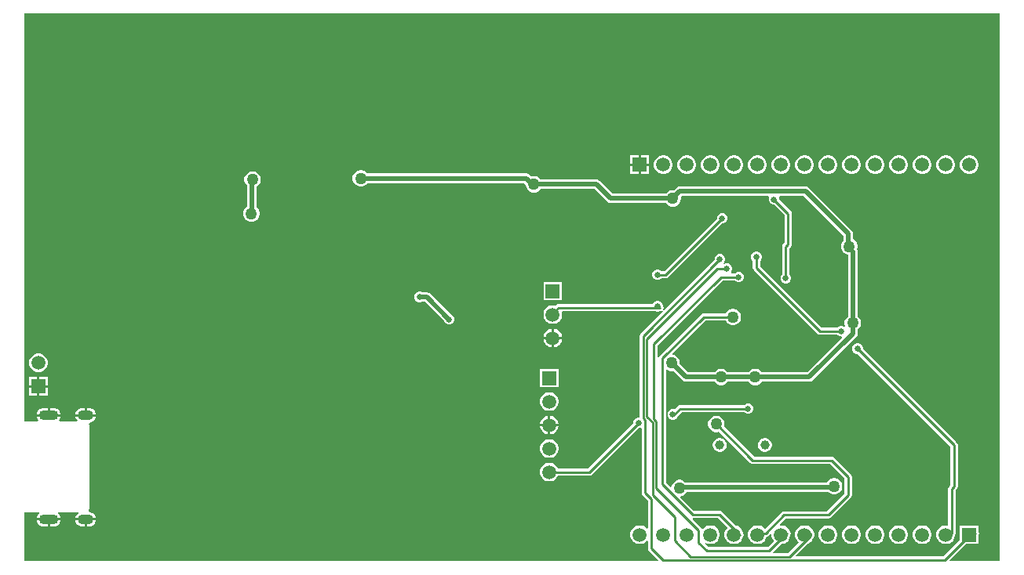
<source format=gbl>
G04*
G04 #@! TF.GenerationSoftware,Altium Limited,Altium Designer,22.0.2 (36)*
G04*
G04 Layer_Physical_Order=3*
G04 Layer_Color=16711680*
%FSLAX25Y25*%
%MOIN*%
G70*
G04*
G04 #@! TF.SameCoordinates,42502384-103D-4A38-82C6-637D6536F92D*
G04*
G04*
G04 #@! TF.FilePolarity,Positive*
G04*
G01*
G75*
%ADD14C,0.01000*%
%ADD64C,0.02000*%
%ADD67O,0.06693X0.04331*%
%ADD68O,0.08268X0.04331*%
%ADD69R,0.05906X0.05906*%
%ADD70C,0.05906*%
%ADD71R,0.05906X0.05906*%
%ADD72C,0.03965*%
%ADD73C,0.05000*%
%ADD74C,0.02500*%
G36*
X415793Y1529D02*
X394846D01*
X394654Y1991D01*
X401533Y8870D01*
X406890D01*
Y12880D01*
X406913Y12915D01*
X407029Y13500D01*
X406913Y14085D01*
X406890Y14120D01*
Y16776D01*
X398984D01*
Y10647D01*
X391866Y3529D01*
X329346D01*
X329154Y3991D01*
X334244Y9081D01*
X334463Y9139D01*
X335364Y9660D01*
X336100Y10396D01*
X336620Y11297D01*
X336701Y11597D01*
X336913Y11915D01*
X337029Y12500D01*
Y13500D01*
X336913Y14085D01*
X336581Y14581D01*
X336426Y14685D01*
X336100Y15250D01*
X335364Y15986D01*
X334463Y16506D01*
X333457Y16776D01*
X332417D01*
X331411Y16506D01*
X330510Y15986D01*
X329774Y15250D01*
X329254Y14348D01*
X328984Y13343D01*
Y12302D01*
X329254Y11297D01*
X329774Y10396D01*
X330504Y9666D01*
X325867Y5029D01*
X319846D01*
X319654Y5491D01*
X323033Y8870D01*
X323457D01*
X324463Y9139D01*
X325364Y9660D01*
X326100Y10396D01*
X326620Y11297D01*
X326890Y12302D01*
Y12880D01*
X326913Y12915D01*
X327029Y13500D01*
X326913Y14085D01*
X326581Y14581D01*
X326426Y14685D01*
X326100Y15250D01*
X325364Y15986D01*
X324463Y16506D01*
X323457Y16776D01*
X322646D01*
X322439Y17276D01*
X324896Y19733D01*
X343176D01*
X343762Y19849D01*
X344258Y20181D01*
X352581Y28504D01*
X352913Y29000D01*
X353029Y29586D01*
Y37500D01*
X352913Y38085D01*
X352581Y38581D01*
X345581Y45581D01*
X345085Y45913D01*
X344500Y46029D01*
X311633D01*
X298815Y58848D01*
X299000Y59539D01*
Y60461D01*
X298762Y61351D01*
X298301Y62149D01*
X297649Y62801D01*
X296851Y63261D01*
X295961Y63500D01*
X295039D01*
X294149Y63261D01*
X293351Y62801D01*
X292699Y62149D01*
X292238Y61351D01*
X292000Y60461D01*
Y59539D01*
X292238Y58649D01*
X292699Y57851D01*
X293351Y57199D01*
X294149Y56739D01*
X295039Y56500D01*
X295961D01*
X296652Y56685D01*
X309919Y43419D01*
X310415Y43087D01*
X311000Y42971D01*
X343866D01*
X349971Y36867D01*
Y30219D01*
X342543Y22792D01*
X324262D01*
X323677Y22675D01*
X323181Y22344D01*
X316093Y15256D01*
X315364Y15986D01*
X314463Y16506D01*
X313457Y16776D01*
X312417D01*
X311411Y16506D01*
X310510Y15986D01*
X309774Y15250D01*
X309254Y14348D01*
X308984Y13343D01*
Y12302D01*
X309254Y11297D01*
X309774Y10396D01*
X310510Y9660D01*
X311411Y9139D01*
X312417Y8870D01*
X313457D01*
X314463Y9139D01*
X315364Y9660D01*
X316100Y10396D01*
X316620Y11297D01*
X316818Y12034D01*
X317085Y12087D01*
X317581Y12419D01*
X318484Y13321D01*
X318984Y13114D01*
Y12302D01*
X319254Y11297D01*
X319774Y10396D01*
X320004Y10166D01*
X317367Y7529D01*
X292133D01*
X290677Y8986D01*
X290984Y9386D01*
X291411Y9139D01*
X292417Y8870D01*
X293457D01*
X294463Y9139D01*
X295364Y9660D01*
X296100Y10396D01*
X296620Y11297D01*
X296890Y12302D01*
Y13343D01*
X296620Y14348D01*
X296100Y15250D01*
X295364Y15986D01*
X294463Y16506D01*
X293457Y16776D01*
X292417D01*
X291411Y16506D01*
X290510Y15986D01*
X289904Y15380D01*
X289781Y15357D01*
X289433Y15392D01*
X289309Y15444D01*
X289081Y15784D01*
X285395Y19471D01*
X285602Y19971D01*
X296189D01*
X300342Y15818D01*
X299774Y15250D01*
X299254Y14348D01*
X298984Y13343D01*
Y12302D01*
X299254Y11297D01*
X299774Y10396D01*
X300510Y9660D01*
X301411Y9139D01*
X302417Y8870D01*
X303457D01*
X304463Y9139D01*
X305364Y9660D01*
X306100Y10396D01*
X306620Y11297D01*
X306845Y12136D01*
X306913Y12238D01*
X307029Y12823D01*
X306913Y13408D01*
X306845Y13510D01*
X306620Y14348D01*
X306100Y15250D01*
X305364Y15986D01*
X304463Y16506D01*
X303803Y16683D01*
X297904Y22581D01*
X297408Y22913D01*
X296823Y23029D01*
X285977D01*
X280293Y28714D01*
X280479Y29234D01*
X281170Y29420D01*
X281968Y29880D01*
X282620Y30532D01*
X282919Y31051D01*
X342999D01*
X343351Y30699D01*
X344149Y30239D01*
X345039Y30000D01*
X345961D01*
X346851Y30239D01*
X347649Y30699D01*
X348301Y31351D01*
X348762Y32149D01*
X349000Y33039D01*
Y33961D01*
X348762Y34851D01*
X348301Y35649D01*
X347649Y36301D01*
X346851Y36762D01*
X345961Y37000D01*
X345039D01*
X344149Y36762D01*
X343351Y36301D01*
X342699Y35649D01*
X342400Y35130D01*
X282320D01*
X281968Y35482D01*
X281170Y35943D01*
X280280Y36181D01*
X279358D01*
X278468Y35943D01*
X277670Y35482D01*
X277018Y34830D01*
X276557Y34032D01*
X276372Y33341D01*
X275851Y33155D01*
X274029Y34977D01*
Y82859D01*
X274529Y83096D01*
X275149Y82739D01*
X276039Y82500D01*
X276961D01*
X277083Y82533D01*
X281058Y78558D01*
X281720Y78116D01*
X282500Y77961D01*
X294636D01*
X294699Y77851D01*
X295351Y77199D01*
X296149Y76739D01*
X297039Y76500D01*
X297961D01*
X298851Y76739D01*
X299649Y77199D01*
X300301Y77851D01*
X300364Y77961D01*
X309136D01*
X309199Y77851D01*
X309851Y77199D01*
X310649Y76739D01*
X311539Y76500D01*
X312461D01*
X313351Y76739D01*
X314149Y77199D01*
X314801Y77851D01*
X314864Y77961D01*
X334953D01*
X334976Y77965D01*
X335000Y77961D01*
X335780Y78116D01*
X336442Y78558D01*
X354942Y97058D01*
X355384Y97720D01*
X355539Y98500D01*
Y100136D01*
X355649Y100199D01*
X356301Y100851D01*
X356762Y101649D01*
X357000Y102539D01*
Y103461D01*
X356762Y104351D01*
X356301Y105149D01*
X355649Y105801D01*
X355539Y105864D01*
Y133188D01*
X355384Y133969D01*
X355262Y134151D01*
X355500Y135039D01*
Y135961D01*
X355261Y136851D01*
X354801Y137649D01*
X354149Y138301D01*
X353539Y138653D01*
Y141000D01*
X353384Y141780D01*
X352942Y142442D01*
X334942Y160442D01*
X334280Y160884D01*
X333500Y161039D01*
X280000D01*
X279220Y160884D01*
X278558Y160442D01*
X277583Y159467D01*
X277461Y159500D01*
X276539D01*
X275649Y159262D01*
X274851Y158801D01*
X274199Y158149D01*
X274136Y158039D01*
X251345D01*
X245942Y163442D01*
X245280Y163884D01*
X244500Y164039D01*
X220864D01*
X220801Y164149D01*
X220149Y164801D01*
X219351Y165261D01*
X218461Y165500D01*
X217539D01*
X216776Y165296D01*
X216130Y165942D01*
X215469Y166384D01*
X214688Y166539D01*
X147364D01*
X147301Y166649D01*
X146649Y167301D01*
X145851Y167762D01*
X144961Y168000D01*
X144039D01*
X143149Y167762D01*
X142351Y167301D01*
X141699Y166649D01*
X141238Y165851D01*
X141000Y164961D01*
Y164039D01*
X141238Y163149D01*
X141699Y162351D01*
X142351Y161699D01*
X143149Y161239D01*
X144039Y161000D01*
X144961D01*
X145851Y161239D01*
X146649Y161699D01*
X147301Y162351D01*
X147364Y162461D01*
X213844D01*
X214500Y161804D01*
Y161539D01*
X214738Y160649D01*
X215199Y159851D01*
X215851Y159199D01*
X216649Y158739D01*
X217539Y158500D01*
X218461D01*
X219351Y158739D01*
X220149Y159199D01*
X220801Y159851D01*
X220864Y159961D01*
X243655D01*
X249058Y154558D01*
X249720Y154116D01*
X250500Y153961D01*
X274136D01*
X274199Y153851D01*
X274851Y153199D01*
X275649Y152738D01*
X276539Y152500D01*
X277461D01*
X278351Y152738D01*
X279149Y153199D01*
X279801Y153851D01*
X280261Y154649D01*
X280500Y155539D01*
Y156461D01*
X280467Y156583D01*
X280845Y156961D01*
X317629D01*
X317963Y156461D01*
X317750Y155948D01*
Y155052D01*
X318092Y154226D01*
X318725Y153593D01*
X319552Y153250D01*
X320087D01*
X324471Y148866D01*
Y137086D01*
X323919Y136534D01*
X323587Y136038D01*
X323471Y135453D01*
Y123653D01*
X323093Y123275D01*
X322750Y122448D01*
Y121552D01*
X323093Y120726D01*
X323726Y120092D01*
X324552Y119750D01*
X325448D01*
X326274Y120092D01*
X326907Y120726D01*
X327250Y121552D01*
Y122448D01*
X326907Y123275D01*
X326529Y123653D01*
Y134819D01*
X327081Y135371D01*
X327413Y135868D01*
X327529Y136453D01*
Y149500D01*
X327413Y150085D01*
X327081Y150581D01*
X322250Y155413D01*
Y155948D01*
X322037Y156461D01*
X322372Y156961D01*
X332655D01*
X349461Y140155D01*
Y137911D01*
X349199Y137649D01*
X348739Y136851D01*
X348500Y135961D01*
Y135039D01*
X348739Y134149D01*
X349199Y133351D01*
X349851Y132699D01*
X350649Y132238D01*
X351461Y132021D01*
Y105864D01*
X351351Y105801D01*
X350699Y105149D01*
X350238Y104351D01*
X350000Y103461D01*
Y102539D01*
X350238Y101649D01*
X349836Y101346D01*
X349775Y101408D01*
X348948Y101750D01*
X348052D01*
X347225Y101408D01*
X346847Y101029D01*
X340134D01*
X314029Y127134D01*
Y129347D01*
X314407Y129726D01*
X314750Y130552D01*
Y131448D01*
X314407Y132274D01*
X313774Y132907D01*
X312948Y133250D01*
X312052D01*
X311226Y132907D01*
X310593Y132274D01*
X310250Y131448D01*
Y130552D01*
X310593Y129726D01*
X310971Y129347D01*
Y126500D01*
X311087Y125915D01*
X311419Y125419D01*
X338419Y98419D01*
X338915Y98087D01*
X339500Y97971D01*
X346847D01*
X347225Y97593D01*
X348052Y97250D01*
X348659D01*
X348866Y96750D01*
X334155Y82039D01*
X314864D01*
X314801Y82149D01*
X314149Y82801D01*
X313351Y83262D01*
X312461Y83500D01*
X311539D01*
X310649Y83262D01*
X309851Y82801D01*
X309199Y82149D01*
X309136Y82039D01*
X300364D01*
X300301Y82149D01*
X299649Y82801D01*
X298851Y83262D01*
X297961Y83500D01*
X297039D01*
X296149Y83262D01*
X295351Y82801D01*
X294699Y82149D01*
X294636Y82039D01*
X283345D01*
X279967Y85417D01*
X280000Y85539D01*
Y86461D01*
X279762Y87351D01*
X279301Y88149D01*
X278649Y88801D01*
X277851Y89262D01*
X276985Y89494D01*
X276843Y89727D01*
X276746Y89962D01*
X290755Y103971D01*
X299342D01*
X299699Y103351D01*
X300351Y102699D01*
X301149Y102239D01*
X302039Y102000D01*
X302961D01*
X303851Y102239D01*
X304649Y102699D01*
X305301Y103351D01*
X305762Y104149D01*
X306000Y105039D01*
Y105961D01*
X305762Y106851D01*
X305301Y107649D01*
X304649Y108301D01*
X303851Y108762D01*
X302961Y109000D01*
X302039D01*
X301149Y108762D01*
X300351Y108301D01*
X299699Y107649D01*
X299342Y107029D01*
X290121D01*
X289536Y106913D01*
X289040Y106581D01*
X271419Y88960D01*
X271087Y88464D01*
X271029Y88174D01*
X270529Y88223D01*
Y93366D01*
X298133Y120971D01*
X303347D01*
X303726Y120592D01*
X304552Y120250D01*
X305448D01*
X306275Y120592D01*
X306908Y121226D01*
X307250Y122052D01*
Y122948D01*
X306908Y123775D01*
X306275Y124407D01*
X305448Y124750D01*
X304552D01*
X303726Y124407D01*
X303347Y124029D01*
X301919D01*
X301711Y124529D01*
X301907Y124725D01*
X302250Y125552D01*
Y126448D01*
X301907Y127275D01*
X301274Y127908D01*
X300448Y128250D01*
X299552D01*
X298847Y127958D01*
X298564Y128382D01*
X298907Y128726D01*
X299250Y129552D01*
Y130448D01*
X298907Y131274D01*
X298274Y131907D01*
X297448Y132250D01*
X296552D01*
X295725Y131907D01*
X295093Y131274D01*
X294750Y130448D01*
Y129913D01*
X273036Y108199D01*
X272648Y108518D01*
X272913Y108915D01*
X273029Y109500D01*
X272913Y110085D01*
X272750Y110329D01*
Y110448D01*
X272408Y111275D01*
X271775Y111907D01*
X270948Y112250D01*
X270052D01*
X269226Y111907D01*
X268593Y111275D01*
X268491Y111029D01*
X228469D01*
X227883Y110913D01*
X227387Y110581D01*
X227103Y110297D01*
X226520Y110453D01*
X225480D01*
X224474Y110183D01*
X223573Y109663D01*
X222837Y108927D01*
X222317Y108026D01*
X222047Y107020D01*
Y105980D01*
X222317Y104974D01*
X222837Y104073D01*
X223573Y103337D01*
X224474Y102817D01*
X225480Y102547D01*
X226520D01*
X227526Y102817D01*
X228427Y103337D01*
X229163Y104073D01*
X229683Y104974D01*
X229953Y105980D01*
Y107020D01*
X229804Y107574D01*
X230109Y107971D01*
X269520D01*
X270052Y107750D01*
X270948D01*
X271480Y107971D01*
X271500D01*
X272085Y108087D01*
X272482Y108352D01*
X272801Y107964D01*
X263419Y98581D01*
X263087Y98085D01*
X262971Y97500D01*
Y62765D01*
X262948Y62750D01*
X262052D01*
X261226Y62407D01*
X260593Y61774D01*
X260250Y60948D01*
Y60413D01*
X240866Y41029D01*
X228181D01*
X227663Y41927D01*
X226927Y42663D01*
X226026Y43183D01*
X225020Y43453D01*
X223980D01*
X222974Y43183D01*
X222073Y42663D01*
X221337Y41927D01*
X220817Y41026D01*
X220547Y40020D01*
Y38980D01*
X220817Y37974D01*
X221337Y37073D01*
X222073Y36337D01*
X222974Y35817D01*
X223980Y35547D01*
X225020D01*
X226026Y35817D01*
X226927Y36337D01*
X227663Y37073D01*
X228181Y37971D01*
X241500D01*
X242085Y38087D01*
X242581Y38419D01*
X262413Y58250D01*
X262948D01*
X263305Y58398D01*
X263721Y58120D01*
Y30714D01*
X263837Y30129D01*
X264169Y29633D01*
X266471Y27331D01*
Y15562D01*
X265971Y15379D01*
X265364Y15986D01*
X264463Y16506D01*
X263457Y16776D01*
X262417D01*
X261411Y16506D01*
X260510Y15986D01*
X259774Y15250D01*
X259254Y14348D01*
X258984Y13343D01*
Y12302D01*
X259254Y11297D01*
X259774Y10396D01*
X260510Y9660D01*
X261411Y9139D01*
X262417Y8870D01*
X263457D01*
X264463Y9139D01*
X265364Y9660D01*
X265971Y10266D01*
X266471Y10083D01*
Y7000D01*
X266587Y6415D01*
X266919Y5919D01*
X270846Y1991D01*
X270654Y1529D01*
X1529D01*
Y22471D01*
X7888D01*
X8057Y21971D01*
X7615Y21632D01*
X7108Y20970D01*
X6789Y20200D01*
X6746Y19874D01*
X16937D01*
X16894Y20200D01*
X16575Y20970D01*
X16068Y21632D01*
X15626Y21971D01*
X15796Y22471D01*
X24423D01*
X24593Y21971D01*
X24151Y21632D01*
X23643Y20970D01*
X23325Y20200D01*
X23282Y19874D01*
X31898D01*
X31855Y20200D01*
X31536Y20970D01*
X31028Y21632D01*
X30367Y22139D01*
X29597Y22458D01*
X28891Y22551D01*
X28837Y22615D01*
X28718Y22858D01*
X28680Y23067D01*
X28913Y23415D01*
X29029Y24000D01*
Y59500D01*
X28940Y59951D01*
X29142Y60371D01*
X29240Y60495D01*
X29597Y60542D01*
X30367Y60861D01*
X31028Y61368D01*
X31536Y62030D01*
X31855Y62800D01*
X31898Y63126D01*
X23282D01*
X23325Y62800D01*
X23643Y62030D01*
X24027Y61529D01*
X23814Y61029D01*
X16404D01*
X16191Y61529D01*
X16575Y62030D01*
X16894Y62800D01*
X16937Y63126D01*
X6746D01*
X6789Y62800D01*
X7108Y62030D01*
X7492Y61529D01*
X7279Y61029D01*
X1529D01*
Y234691D01*
X415793D01*
Y1529D01*
D02*
G37*
%LPC*%
G36*
X266890Y174256D02*
X263437D01*
Y170803D01*
X266890D01*
Y174256D01*
D02*
G37*
G36*
X262437D02*
X258984D01*
Y170803D01*
X262437D01*
Y174256D01*
D02*
G37*
G36*
X403457D02*
X402417D01*
X401411Y173986D01*
X400510Y173466D01*
X399774Y172730D01*
X399254Y171829D01*
X398984Y170824D01*
Y169783D01*
X399254Y168777D01*
X399774Y167876D01*
X400510Y167140D01*
X401411Y166620D01*
X402417Y166350D01*
X403457D01*
X404463Y166620D01*
X405364Y167140D01*
X406100Y167876D01*
X406620Y168777D01*
X406890Y169783D01*
Y170824D01*
X406620Y171829D01*
X406100Y172730D01*
X405364Y173466D01*
X404463Y173986D01*
X403457Y174256D01*
D02*
G37*
G36*
X393457D02*
X392417D01*
X391411Y173986D01*
X390510Y173466D01*
X389774Y172730D01*
X389254Y171829D01*
X388984Y170824D01*
Y169783D01*
X389254Y168777D01*
X389774Y167876D01*
X390510Y167140D01*
X391411Y166620D01*
X392417Y166350D01*
X393457D01*
X394463Y166620D01*
X395364Y167140D01*
X396100Y167876D01*
X396620Y168777D01*
X396890Y169783D01*
Y170824D01*
X396620Y171829D01*
X396100Y172730D01*
X395364Y173466D01*
X394463Y173986D01*
X393457Y174256D01*
D02*
G37*
G36*
X383457D02*
X382417D01*
X381411Y173986D01*
X380510Y173466D01*
X379774Y172730D01*
X379254Y171829D01*
X378984Y170824D01*
Y169783D01*
X379254Y168777D01*
X379774Y167876D01*
X380510Y167140D01*
X381411Y166620D01*
X382417Y166350D01*
X383457D01*
X384463Y166620D01*
X385364Y167140D01*
X386100Y167876D01*
X386620Y168777D01*
X386890Y169783D01*
Y170824D01*
X386620Y171829D01*
X386100Y172730D01*
X385364Y173466D01*
X384463Y173986D01*
X383457Y174256D01*
D02*
G37*
G36*
X373457D02*
X372417D01*
X371411Y173986D01*
X370510Y173466D01*
X369774Y172730D01*
X369254Y171829D01*
X368984Y170824D01*
Y169783D01*
X369254Y168777D01*
X369774Y167876D01*
X370510Y167140D01*
X371411Y166620D01*
X372417Y166350D01*
X373457D01*
X374463Y166620D01*
X375364Y167140D01*
X376100Y167876D01*
X376620Y168777D01*
X376890Y169783D01*
Y170824D01*
X376620Y171829D01*
X376100Y172730D01*
X375364Y173466D01*
X374463Y173986D01*
X373457Y174256D01*
D02*
G37*
G36*
X363457D02*
X362417D01*
X361411Y173986D01*
X360510Y173466D01*
X359774Y172730D01*
X359254Y171829D01*
X358984Y170824D01*
Y169783D01*
X359254Y168777D01*
X359774Y167876D01*
X360510Y167140D01*
X361411Y166620D01*
X362417Y166350D01*
X363457D01*
X364463Y166620D01*
X365364Y167140D01*
X366100Y167876D01*
X366620Y168777D01*
X366890Y169783D01*
Y170824D01*
X366620Y171829D01*
X366100Y172730D01*
X365364Y173466D01*
X364463Y173986D01*
X363457Y174256D01*
D02*
G37*
G36*
X353457D02*
X352417D01*
X351411Y173986D01*
X350510Y173466D01*
X349774Y172730D01*
X349254Y171829D01*
X348984Y170824D01*
Y169783D01*
X349254Y168777D01*
X349774Y167876D01*
X350510Y167140D01*
X351411Y166620D01*
X352417Y166350D01*
X353457D01*
X354463Y166620D01*
X355364Y167140D01*
X356100Y167876D01*
X356620Y168777D01*
X356890Y169783D01*
Y170824D01*
X356620Y171829D01*
X356100Y172730D01*
X355364Y173466D01*
X354463Y173986D01*
X353457Y174256D01*
D02*
G37*
G36*
X343457D02*
X342417D01*
X341411Y173986D01*
X340510Y173466D01*
X339774Y172730D01*
X339254Y171829D01*
X338984Y170824D01*
Y169783D01*
X339254Y168777D01*
X339774Y167876D01*
X340510Y167140D01*
X341411Y166620D01*
X342417Y166350D01*
X343457D01*
X344463Y166620D01*
X345364Y167140D01*
X346100Y167876D01*
X346620Y168777D01*
X346890Y169783D01*
Y170824D01*
X346620Y171829D01*
X346100Y172730D01*
X345364Y173466D01*
X344463Y173986D01*
X343457Y174256D01*
D02*
G37*
G36*
X333457D02*
X332417D01*
X331411Y173986D01*
X330510Y173466D01*
X329774Y172730D01*
X329254Y171829D01*
X328984Y170824D01*
Y169783D01*
X329254Y168777D01*
X329774Y167876D01*
X330510Y167140D01*
X331411Y166620D01*
X332417Y166350D01*
X333457D01*
X334463Y166620D01*
X335364Y167140D01*
X336100Y167876D01*
X336620Y168777D01*
X336890Y169783D01*
Y170824D01*
X336620Y171829D01*
X336100Y172730D01*
X335364Y173466D01*
X334463Y173986D01*
X333457Y174256D01*
D02*
G37*
G36*
X323457D02*
X322417D01*
X321411Y173986D01*
X320510Y173466D01*
X319774Y172730D01*
X319254Y171829D01*
X318984Y170824D01*
Y169783D01*
X319254Y168777D01*
X319774Y167876D01*
X320510Y167140D01*
X321411Y166620D01*
X322417Y166350D01*
X323457D01*
X324463Y166620D01*
X325364Y167140D01*
X326100Y167876D01*
X326620Y168777D01*
X326890Y169783D01*
Y170824D01*
X326620Y171829D01*
X326100Y172730D01*
X325364Y173466D01*
X324463Y173986D01*
X323457Y174256D01*
D02*
G37*
G36*
X313457D02*
X312417D01*
X311411Y173986D01*
X310510Y173466D01*
X309774Y172730D01*
X309254Y171829D01*
X308984Y170824D01*
Y169783D01*
X309254Y168777D01*
X309774Y167876D01*
X310510Y167140D01*
X311411Y166620D01*
X312417Y166350D01*
X313457D01*
X314463Y166620D01*
X315364Y167140D01*
X316100Y167876D01*
X316620Y168777D01*
X316890Y169783D01*
Y170824D01*
X316620Y171829D01*
X316100Y172730D01*
X315364Y173466D01*
X314463Y173986D01*
X313457Y174256D01*
D02*
G37*
G36*
X303457D02*
X302417D01*
X301411Y173986D01*
X300510Y173466D01*
X299774Y172730D01*
X299254Y171829D01*
X298984Y170824D01*
Y169783D01*
X299254Y168777D01*
X299774Y167876D01*
X300510Y167140D01*
X301411Y166620D01*
X302417Y166350D01*
X303457D01*
X304463Y166620D01*
X305364Y167140D01*
X306100Y167876D01*
X306620Y168777D01*
X306890Y169783D01*
Y170824D01*
X306620Y171829D01*
X306100Y172730D01*
X305364Y173466D01*
X304463Y173986D01*
X303457Y174256D01*
D02*
G37*
G36*
X293457D02*
X292417D01*
X291411Y173986D01*
X290510Y173466D01*
X289774Y172730D01*
X289254Y171829D01*
X288984Y170824D01*
Y169783D01*
X289254Y168777D01*
X289774Y167876D01*
X290510Y167140D01*
X291411Y166620D01*
X292417Y166350D01*
X293457D01*
X294463Y166620D01*
X295364Y167140D01*
X296100Y167876D01*
X296620Y168777D01*
X296890Y169783D01*
Y170824D01*
X296620Y171829D01*
X296100Y172730D01*
X295364Y173466D01*
X294463Y173986D01*
X293457Y174256D01*
D02*
G37*
G36*
X283457D02*
X282417D01*
X281411Y173986D01*
X280510Y173466D01*
X279774Y172730D01*
X279254Y171829D01*
X278984Y170824D01*
Y169783D01*
X279254Y168777D01*
X279774Y167876D01*
X280510Y167140D01*
X281411Y166620D01*
X282417Y166350D01*
X283457D01*
X284463Y166620D01*
X285364Y167140D01*
X286100Y167876D01*
X286620Y168777D01*
X286890Y169783D01*
Y170824D01*
X286620Y171829D01*
X286100Y172730D01*
X285364Y173466D01*
X284463Y173986D01*
X283457Y174256D01*
D02*
G37*
G36*
X273457D02*
X272417D01*
X271411Y173986D01*
X270510Y173466D01*
X269774Y172730D01*
X269254Y171829D01*
X268984Y170824D01*
Y169783D01*
X269254Y168777D01*
X269774Y167876D01*
X270510Y167140D01*
X271411Y166620D01*
X272417Y166350D01*
X273457D01*
X274463Y166620D01*
X275364Y167140D01*
X276100Y167876D01*
X276620Y168777D01*
X276890Y169783D01*
Y170824D01*
X276620Y171829D01*
X276100Y172730D01*
X275364Y173466D01*
X274463Y173986D01*
X273457Y174256D01*
D02*
G37*
G36*
X266890Y169803D02*
X263437D01*
Y166350D01*
X266890D01*
Y169803D01*
D02*
G37*
G36*
X262437D02*
X258984D01*
Y166350D01*
X262437D01*
Y169803D01*
D02*
G37*
G36*
X98961Y167500D02*
X98039D01*
X97149Y167262D01*
X96351Y166801D01*
X95699Y166149D01*
X95239Y165351D01*
X95000Y164461D01*
Y163539D01*
X95239Y162649D01*
X95699Y161851D01*
X96211Y161339D01*
Y152508D01*
X95851Y152301D01*
X95199Y151649D01*
X94739Y150851D01*
X94500Y149961D01*
Y149039D01*
X94739Y148149D01*
X95199Y147351D01*
X95851Y146699D01*
X96649Y146239D01*
X97539Y146000D01*
X98461D01*
X99351Y146239D01*
X100149Y146699D01*
X100801Y147351D01*
X101261Y148149D01*
X101500Y149039D01*
Y149961D01*
X101261Y150851D01*
X100801Y151649D01*
X100289Y152161D01*
Y160992D01*
X100649Y161199D01*
X101301Y161851D01*
X101761Y162649D01*
X102000Y163539D01*
Y164461D01*
X101761Y165351D01*
X101301Y166149D01*
X100649Y166801D01*
X99851Y167262D01*
X98961Y167500D01*
D02*
G37*
G36*
X298448Y149750D02*
X297552D01*
X296726Y149407D01*
X296093Y148775D01*
X295750Y147948D01*
Y147413D01*
X273366Y125029D01*
X272153D01*
X271775Y125408D01*
X270948Y125750D01*
X270052D01*
X269226Y125408D01*
X268593Y124775D01*
X268250Y123948D01*
Y123052D01*
X268593Y122225D01*
X269226Y121592D01*
X270052Y121250D01*
X270948D01*
X271775Y121592D01*
X272153Y121971D01*
X274000D01*
X274585Y122087D01*
X275081Y122419D01*
X297913Y145250D01*
X298448D01*
X299274Y145592D01*
X299907Y146226D01*
X300250Y147052D01*
Y147948D01*
X299907Y148775D01*
X299274Y149407D01*
X298448Y149750D01*
D02*
G37*
G36*
X229953Y120453D02*
X222047D01*
Y112547D01*
X229953D01*
Y120453D01*
D02*
G37*
G36*
X169948Y116250D02*
X169052D01*
X168226Y115908D01*
X167593Y115275D01*
X167250Y114448D01*
Y113552D01*
X167593Y112725D01*
X168226Y112092D01*
X169052Y111750D01*
X169948D01*
X170226Y111865D01*
X171751D01*
X179882Y103734D01*
X180093Y103226D01*
X180726Y102593D01*
X181552Y102250D01*
X182448D01*
X183274Y102593D01*
X183907Y103226D01*
X184250Y104052D01*
Y104948D01*
X183907Y105774D01*
X183274Y106407D01*
X182766Y106618D01*
X174038Y115346D01*
X173376Y115788D01*
X172596Y115944D01*
X170687D01*
X169948Y116250D01*
D02*
G37*
G36*
X226520Y100453D02*
X226500D01*
Y97000D01*
X229953D01*
Y97020D01*
X229683Y98026D01*
X229163Y98927D01*
X228427Y99663D01*
X227526Y100183D01*
X226520Y100453D01*
D02*
G37*
G36*
X225500D02*
X225480D01*
X224474Y100183D01*
X223573Y99663D01*
X222837Y98927D01*
X222317Y98026D01*
X222047Y97020D01*
Y97000D01*
X225500D01*
Y100453D01*
D02*
G37*
G36*
X229953Y96000D02*
X226500D01*
Y92547D01*
X226520D01*
X227526Y92817D01*
X228427Y93337D01*
X229163Y94073D01*
X229683Y94974D01*
X229953Y95980D01*
Y96000D01*
D02*
G37*
G36*
X225500D02*
X222047D01*
Y95980D01*
X222317Y94974D01*
X222837Y94073D01*
X223573Y93337D01*
X224474Y92817D01*
X225480Y92547D01*
X225500D01*
Y96000D01*
D02*
G37*
G36*
X8020Y89953D02*
X6980D01*
X5974Y89683D01*
X5073Y89163D01*
X4337Y88427D01*
X3817Y87526D01*
X3547Y86520D01*
Y85480D01*
X3817Y84474D01*
X4337Y83573D01*
X5073Y82837D01*
X5974Y82317D01*
X6980Y82047D01*
X8020D01*
X9026Y82317D01*
X9927Y82837D01*
X10663Y83573D01*
X11183Y84474D01*
X11453Y85480D01*
Y86520D01*
X11183Y87526D01*
X10663Y88427D01*
X9927Y89163D01*
X9026Y89683D01*
X8020Y89953D01*
D02*
G37*
G36*
X11453Y79953D02*
X8000D01*
Y76500D01*
X11453D01*
Y79953D01*
D02*
G37*
G36*
X7000D02*
X3547D01*
Y76500D01*
X7000D01*
Y79953D01*
D02*
G37*
G36*
X228453Y83453D02*
X220547D01*
Y75547D01*
X228453D01*
Y83453D01*
D02*
G37*
G36*
X11453Y75500D02*
X8000D01*
Y72047D01*
X11453D01*
Y75500D01*
D02*
G37*
G36*
X7000D02*
X3547D01*
Y72047D01*
X7000D01*
Y75500D01*
D02*
G37*
G36*
X309448Y68750D02*
X308552D01*
X307726Y68407D01*
X307347Y68029D01*
X280157D01*
X279572Y67913D01*
X279075Y67581D01*
X277657Y66163D01*
X277448Y66250D01*
X276552D01*
X275726Y65908D01*
X275093Y65275D01*
X274750Y64448D01*
Y63552D01*
X275093Y62726D01*
X275726Y62093D01*
X276552Y61750D01*
X277448D01*
X278274Y62093D01*
X278907Y62726D01*
X279164Y63344D01*
X280790Y64971D01*
X307347D01*
X307726Y64592D01*
X308552Y64250D01*
X309448D01*
X310275Y64592D01*
X310908Y65225D01*
X311250Y66052D01*
Y66948D01*
X310908Y67774D01*
X310275Y68407D01*
X309448Y68750D01*
D02*
G37*
G36*
X225020Y73453D02*
X223980D01*
X222974Y73183D01*
X222073Y72663D01*
X221337Y71927D01*
X220817Y71026D01*
X220547Y70020D01*
Y68980D01*
X220817Y67974D01*
X221337Y67073D01*
X222073Y66337D01*
X222974Y65817D01*
X223980Y65547D01*
X225020D01*
X226026Y65817D01*
X226927Y66337D01*
X227663Y67073D01*
X228183Y67974D01*
X228453Y68980D01*
Y70020D01*
X228183Y71026D01*
X227663Y71927D01*
X226927Y72663D01*
X226026Y73183D01*
X225020Y73453D01*
D02*
G37*
G36*
X28771Y66819D02*
X28090D01*
Y64126D01*
X31898D01*
X31855Y64452D01*
X31536Y65222D01*
X31028Y65883D01*
X30367Y66391D01*
X29597Y66710D01*
X28771Y66819D01*
D02*
G37*
G36*
X27090D02*
X26408D01*
X25582Y66710D01*
X24812Y66391D01*
X24151Y65883D01*
X23643Y65222D01*
X23325Y64452D01*
X23282Y64126D01*
X27090D01*
Y66819D01*
D02*
G37*
G36*
X13810D02*
X12342D01*
Y64126D01*
X16937D01*
X16894Y64452D01*
X16575Y65222D01*
X16068Y65883D01*
X15406Y66391D01*
X14636Y66710D01*
X13810Y66819D01*
D02*
G37*
G36*
X11342D02*
X9873D01*
X9047Y66710D01*
X8277Y66391D01*
X7615Y65883D01*
X7108Y65222D01*
X6789Y64452D01*
X6746Y64126D01*
X11342D01*
Y66819D01*
D02*
G37*
G36*
X225020Y63453D02*
X225000D01*
Y60000D01*
X228453D01*
Y60020D01*
X228183Y61026D01*
X227663Y61927D01*
X226927Y62663D01*
X226026Y63183D01*
X225020Y63453D01*
D02*
G37*
G36*
X224000D02*
X223980D01*
X222974Y63183D01*
X222073Y62663D01*
X221337Y61927D01*
X220817Y61026D01*
X220547Y60020D01*
Y60000D01*
X224000D01*
Y63453D01*
D02*
G37*
G36*
X228453Y59000D02*
X225000D01*
Y55547D01*
X225020D01*
X226026Y55817D01*
X226927Y56337D01*
X227663Y57073D01*
X228183Y57974D01*
X228453Y58980D01*
Y59000D01*
D02*
G37*
G36*
X224000D02*
X220547D01*
Y58980D01*
X220817Y57974D01*
X221337Y57073D01*
X222073Y56337D01*
X222974Y55817D01*
X223980Y55547D01*
X224000D01*
Y59000D01*
D02*
G37*
G36*
X316499Y53982D02*
X315714D01*
X314955Y53779D01*
X314275Y53386D01*
X313720Y52831D01*
X313327Y52151D01*
X313124Y51393D01*
Y50607D01*
X313327Y49849D01*
X313720Y49169D01*
X314275Y48614D01*
X314955Y48221D01*
X315714Y48018D01*
X316499D01*
X317257Y48221D01*
X317937Y48614D01*
X318493Y49169D01*
X318885Y49849D01*
X319089Y50607D01*
Y51393D01*
X318885Y52151D01*
X318493Y52831D01*
X317937Y53386D01*
X317257Y53779D01*
X316499Y53982D01*
D02*
G37*
G36*
X297286D02*
X296501D01*
X295743Y53779D01*
X295062Y53386D01*
X294507Y52831D01*
X294115Y52151D01*
X293911Y51393D01*
Y50607D01*
X294115Y49849D01*
X294507Y49169D01*
X295062Y48614D01*
X295743Y48221D01*
X296501Y48018D01*
X297286D01*
X298045Y48221D01*
X298725Y48614D01*
X299280Y49169D01*
X299673Y49849D01*
X299876Y50607D01*
Y51393D01*
X299673Y52151D01*
X299280Y52831D01*
X298725Y53386D01*
X298045Y53779D01*
X297286Y53982D01*
D02*
G37*
G36*
X225020Y53453D02*
X223980D01*
X222974Y53183D01*
X222073Y52663D01*
X221337Y51927D01*
X220817Y51026D01*
X220547Y50020D01*
Y48980D01*
X220817Y47974D01*
X221337Y47073D01*
X222073Y46337D01*
X222974Y45817D01*
X223980Y45547D01*
X225020D01*
X226026Y45817D01*
X226927Y46337D01*
X227663Y47073D01*
X228183Y47974D01*
X228453Y48980D01*
Y50020D01*
X228183Y51026D01*
X227663Y51927D01*
X226927Y52663D01*
X226026Y53183D01*
X225020Y53453D01*
D02*
G37*
G36*
X355948Y94250D02*
X355052D01*
X354225Y93907D01*
X353592Y93274D01*
X353250Y92448D01*
Y91552D01*
X353592Y90725D01*
X354225Y90092D01*
X355052Y89750D01*
X355587D01*
X394971Y50366D01*
Y34047D01*
X394419Y33495D01*
X394087Y32999D01*
X393971Y32414D01*
Y17049D01*
X393574Y16744D01*
X393457Y16776D01*
X392417D01*
X391411Y16506D01*
X390510Y15986D01*
X389774Y15250D01*
X389254Y14348D01*
X388984Y13343D01*
Y12302D01*
X389254Y11297D01*
X389774Y10396D01*
X390510Y9660D01*
X391411Y9139D01*
X392417Y8870D01*
X393457D01*
X394463Y9139D01*
X395364Y9660D01*
X396100Y10396D01*
X396620Y11297D01*
X396890Y12302D01*
Y12880D01*
X396913Y12915D01*
X397029Y13500D01*
Y31780D01*
X397581Y32332D01*
X397913Y32828D01*
X398029Y33414D01*
Y51000D01*
X397913Y51585D01*
X397581Y52081D01*
X357750Y91913D01*
Y92448D01*
X357407Y93274D01*
X356774Y93907D01*
X355948Y94250D01*
D02*
G37*
G36*
X31898Y18874D02*
X28090D01*
Y16181D01*
X28771D01*
X29597Y16290D01*
X30367Y16609D01*
X31028Y17117D01*
X31536Y17778D01*
X31855Y18548D01*
X31898Y18874D01*
D02*
G37*
G36*
X27090D02*
X23282D01*
X23325Y18548D01*
X23643Y17778D01*
X24151Y17117D01*
X24812Y16609D01*
X25582Y16290D01*
X26408Y16181D01*
X27090D01*
Y18874D01*
D02*
G37*
G36*
X16937D02*
X12342D01*
Y16181D01*
X13810D01*
X14636Y16290D01*
X15406Y16609D01*
X16068Y17117D01*
X16575Y17778D01*
X16894Y18548D01*
X16937Y18874D01*
D02*
G37*
G36*
X11342D02*
X6746D01*
X6789Y18548D01*
X7108Y17778D01*
X7615Y17117D01*
X8277Y16609D01*
X9047Y16290D01*
X9873Y16181D01*
X11342D01*
Y18874D01*
D02*
G37*
G36*
X383457Y16776D02*
X382417D01*
X381411Y16506D01*
X380510Y15986D01*
X379774Y15250D01*
X379254Y14348D01*
X378984Y13343D01*
Y12302D01*
X379254Y11297D01*
X379774Y10396D01*
X380510Y9660D01*
X381411Y9139D01*
X382417Y8870D01*
X383457D01*
X384463Y9139D01*
X385364Y9660D01*
X386100Y10396D01*
X386620Y11297D01*
X386890Y12302D01*
Y13343D01*
X386620Y14348D01*
X386100Y15250D01*
X385364Y15986D01*
X384463Y16506D01*
X383457Y16776D01*
D02*
G37*
G36*
X373457D02*
X372417D01*
X371411Y16506D01*
X370510Y15986D01*
X369774Y15250D01*
X369254Y14348D01*
X368984Y13343D01*
Y12302D01*
X369254Y11297D01*
X369774Y10396D01*
X370510Y9660D01*
X371411Y9139D01*
X372417Y8870D01*
X373457D01*
X374463Y9139D01*
X375364Y9660D01*
X376100Y10396D01*
X376620Y11297D01*
X376890Y12302D01*
Y13343D01*
X376620Y14348D01*
X376100Y15250D01*
X375364Y15986D01*
X374463Y16506D01*
X373457Y16776D01*
D02*
G37*
G36*
X363457D02*
X362417D01*
X361411Y16506D01*
X360510Y15986D01*
X359774Y15250D01*
X359254Y14348D01*
X358984Y13343D01*
Y12302D01*
X359254Y11297D01*
X359774Y10396D01*
X360510Y9660D01*
X361411Y9139D01*
X362417Y8870D01*
X363457D01*
X364463Y9139D01*
X365364Y9660D01*
X366100Y10396D01*
X366620Y11297D01*
X366890Y12302D01*
Y13343D01*
X366620Y14348D01*
X366100Y15250D01*
X365364Y15986D01*
X364463Y16506D01*
X363457Y16776D01*
D02*
G37*
G36*
X353457D02*
X352417D01*
X351411Y16506D01*
X350510Y15986D01*
X349774Y15250D01*
X349254Y14348D01*
X348984Y13343D01*
Y12302D01*
X349254Y11297D01*
X349774Y10396D01*
X350510Y9660D01*
X351411Y9139D01*
X352417Y8870D01*
X353457D01*
X354463Y9139D01*
X355364Y9660D01*
X356100Y10396D01*
X356620Y11297D01*
X356890Y12302D01*
Y13343D01*
X356620Y14348D01*
X356100Y15250D01*
X355364Y15986D01*
X354463Y16506D01*
X353457Y16776D01*
D02*
G37*
G36*
X343457D02*
X342417D01*
X341411Y16506D01*
X340510Y15986D01*
X339774Y15250D01*
X339254Y14348D01*
X338984Y13343D01*
Y12302D01*
X339254Y11297D01*
X339774Y10396D01*
X340510Y9660D01*
X341411Y9139D01*
X342417Y8870D01*
X343457D01*
X344463Y9139D01*
X345364Y9660D01*
X346100Y10396D01*
X346620Y11297D01*
X346890Y12302D01*
Y13343D01*
X346620Y14348D01*
X346100Y15250D01*
X345364Y15986D01*
X344463Y16506D01*
X343457Y16776D01*
D02*
G37*
%LPD*%
D14*
X318000Y6000D02*
X323880Y11880D01*
X288000Y9500D02*
X291500Y6000D01*
X323880Y11880D02*
X325500Y13500D01*
X291500Y6000D02*
X318000D01*
X296823Y21500D02*
X305500Y12823D01*
X288000Y9500D02*
Y14703D01*
X284500Y3500D02*
X326500D01*
X277682Y10318D02*
X284500Y3500D01*
X268000Y7000D02*
X273000Y2000D01*
X392500D02*
X401633Y11133D01*
X273000Y2000D02*
X392500D01*
X268000Y7000D02*
Y27964D01*
X265250Y30714D02*
X268000Y27964D01*
X265250Y30714D02*
Y61639D01*
X277682Y10318D02*
Y20404D01*
X268500Y29586D02*
X277682Y20404D01*
X326500Y3500D02*
X335500Y12500D01*
X285343Y21500D02*
X296823D01*
X272500Y34343D02*
X285343Y21500D01*
X272500Y34343D02*
Y87879D01*
X290121Y105500D01*
X269000Y62132D02*
Y94000D01*
X297500Y122500D02*
X305000D01*
X269000Y94000D02*
X297500Y122500D01*
X269000Y62132D02*
X270000Y61132D01*
Y32703D02*
Y61132D01*
Y32703D02*
X288000Y14703D01*
X403133Y11133D02*
X405500Y13500D01*
X401633Y11133D02*
X403133D01*
X290121Y105500D02*
X302500D01*
X264500Y97500D02*
X297000Y130000D01*
X264500Y62389D02*
Y97500D01*
Y62389D02*
X265250Y61639D01*
X396500Y33414D02*
Y51000D01*
X395500Y32414D02*
X396500Y33414D01*
X395500Y13500D02*
Y32414D01*
X355500Y92000D02*
X396500Y51000D01*
X280157Y66500D02*
X309000D01*
X315500Y13500D02*
X316500D01*
X324262Y21262D01*
X343176D01*
X351500Y29586D01*
Y37500D01*
X344500Y44500D02*
X351500Y37500D01*
X311000Y44500D02*
X344500D01*
X295500Y60000D02*
X311000Y44500D01*
X335500Y12500D02*
Y13500D01*
X296000Y126000D02*
X300000D01*
X266000Y96000D02*
X296000Y126000D01*
X266000Y63010D02*
Y96000D01*
Y63010D02*
X268500Y60510D01*
Y29586D02*
Y60510D01*
X326000Y136453D02*
Y149500D01*
X325000Y122000D02*
Y135453D01*
X326000Y136453D01*
X339500Y99500D02*
X348500D01*
X312500Y126500D02*
X339500Y99500D01*
X312500Y126500D02*
Y131000D01*
X320000Y155500D02*
X326000Y149500D01*
X228469Y109500D02*
X271500D01*
X241500Y39500D02*
X262500Y60500D01*
X224500Y39500D02*
X241500D01*
X277000Y64000D02*
X277657D01*
X280157Y66500D01*
X226000Y107031D02*
X228469Y109500D01*
X226000Y106500D02*
Y107031D01*
X274000Y123500D02*
X298000Y147500D01*
X270500Y123500D02*
X274000D01*
D64*
X282500Y80000D02*
X312000D01*
X280228Y33091D02*
X345091D01*
X276500Y86000D02*
X282500Y80000D01*
X312000D02*
X334953D01*
X98250Y163750D02*
X98500Y164000D01*
X98250Y149750D02*
Y163750D01*
X98000Y149500D02*
X98250Y149750D01*
X353500Y98500D02*
Y133188D01*
X335000Y80000D02*
X353500Y98500D01*
X345091Y33091D02*
X345500Y33500D01*
X279819Y32681D02*
X280228Y33091D01*
X277000Y156000D02*
X280000Y159000D01*
X333500D02*
X351500Y141000D01*
X280000Y159000D02*
X333500D01*
X250500Y156000D02*
X277000D01*
X351500Y136000D02*
Y141000D01*
Y136000D02*
X352000Y135500D01*
X244500Y162000D02*
X250500Y156000D01*
X218000Y162000D02*
X244500D01*
X144500Y164500D02*
X214688D01*
X217188Y162000D01*
X218000D01*
X172596Y113904D02*
X182000Y104500D01*
X169500Y114000D02*
X169596Y113904D01*
X172596D01*
D67*
X27590Y19374D02*
D03*
Y63626D02*
D03*
D68*
X11841Y19374D02*
D03*
Y63626D02*
D03*
D69*
X224500Y79500D02*
D03*
X226000Y116500D02*
D03*
X7500Y76000D02*
D03*
D70*
X224500Y69500D02*
D03*
Y59500D02*
D03*
Y49500D02*
D03*
Y39500D02*
D03*
X226000Y96500D02*
D03*
Y106500D02*
D03*
X7500Y86000D02*
D03*
X402937Y170303D02*
D03*
X392937D02*
D03*
X382937D02*
D03*
X372937D02*
D03*
X362937D02*
D03*
X352937D02*
D03*
X342937D02*
D03*
X332937D02*
D03*
X322937D02*
D03*
X312937D02*
D03*
X302937D02*
D03*
X292937D02*
D03*
X282937D02*
D03*
X272937D02*
D03*
X262937Y12823D02*
D03*
X272937D02*
D03*
X282937D02*
D03*
X292937D02*
D03*
X302937D02*
D03*
X312937D02*
D03*
X322937D02*
D03*
X332937D02*
D03*
X342937D02*
D03*
X352937D02*
D03*
X362937D02*
D03*
X372937D02*
D03*
X382937D02*
D03*
X392937D02*
D03*
D71*
X262937Y170303D02*
D03*
X402937Y12823D02*
D03*
D72*
X296894Y51000D02*
D03*
X316106D02*
D03*
D73*
X297500Y80000D02*
D03*
X98500Y164000D02*
D03*
X302500Y105500D02*
D03*
X276500Y86000D02*
D03*
X295500Y60000D02*
D03*
X353500Y103000D02*
D03*
X345500Y33500D02*
D03*
X279819Y32681D02*
D03*
X312000Y80000D02*
D03*
X352000Y135500D02*
D03*
X277000Y156000D02*
D03*
X218000Y162000D02*
D03*
X144500Y164500D02*
D03*
X98000Y149500D02*
D03*
D74*
X325000Y122000D02*
D03*
X391126Y199831D02*
D03*
X371441Y160461D02*
D03*
X391126Y121091D02*
D03*
X371441Y81721D02*
D03*
X391126Y42350D02*
D03*
X351756Y199831D02*
D03*
X312386D02*
D03*
X273016D02*
D03*
X253331Y160461D02*
D03*
Y2980D02*
D03*
X233646Y199831D02*
D03*
Y121091D02*
D03*
X213961Y81721D02*
D03*
X233646Y42350D02*
D03*
X213961Y2980D02*
D03*
X174591Y160461D02*
D03*
Y81721D02*
D03*
X194276Y42350D02*
D03*
X174591Y2980D02*
D03*
X154905Y199831D02*
D03*
X135221Y160461D02*
D03*
Y81721D02*
D03*
X154905Y42350D02*
D03*
X135221Y2980D02*
D03*
X115535Y199831D02*
D03*
Y42350D02*
D03*
X95850Y2980D02*
D03*
X76165Y121091D02*
D03*
X56480Y81721D02*
D03*
Y2980D02*
D03*
X17110Y160461D02*
D03*
Y81721D02*
D03*
Y2980D02*
D03*
X76165Y42350D02*
D03*
X56480D02*
D03*
X46638Y22665D02*
D03*
X313000Y88000D02*
D03*
X262500Y60500D02*
D03*
X277000Y64000D02*
D03*
X309000Y66500D02*
D03*
X270500Y123500D02*
D03*
X298000Y147500D02*
D03*
X270500Y110000D02*
D03*
X355500Y92000D02*
D03*
X348500Y99500D02*
D03*
X312500Y131000D02*
D03*
X297000Y130000D02*
D03*
X300000Y126000D02*
D03*
X305000Y122500D02*
D03*
X320000Y155500D02*
D03*
X182000Y104500D02*
D03*
X169500Y114000D02*
D03*
M02*

</source>
